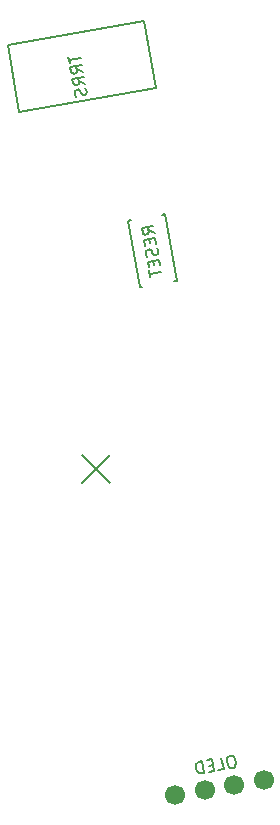
<source format=gbr>
G04 #@! TF.GenerationSoftware,KiCad,Pcbnew,(6.0.8)*
G04 #@! TF.CreationDate,2023-03-04T03:17:21+09:00*
G04 #@! TF.ProjectId,ma8ic_split_69_right,6d613869-635f-4737-906c-69745f36395f,0.1*
G04 #@! TF.SameCoordinates,Original*
G04 #@! TF.FileFunction,Legend,Bot*
G04 #@! TF.FilePolarity,Positive*
%FSLAX46Y46*%
G04 Gerber Fmt 4.6, Leading zero omitted, Abs format (unit mm)*
G04 Created by KiCad (PCBNEW (6.0.8)) date 2023-03-04 03:17:21*
%MOMM*%
%LPD*%
G01*
G04 APERTURE LIST*
%ADD10C,0.150000*%
%ADD11C,1.700000*%
G04 APERTURE END LIST*
D10*
X213121534Y-86915986D02*
X215502786Y-84534734D01*
X213121534Y-84534734D02*
X215502786Y-86915986D01*
G04 #@! TO.C,SW1*
X219268520Y-65761537D02*
X218741682Y-65515958D01*
X219169293Y-65198790D02*
X218184485Y-65372438D01*
X218250637Y-65747603D01*
X218314070Y-65833125D01*
X218369235Y-65871752D01*
X218471295Y-65902110D01*
X218611982Y-65877303D01*
X218697504Y-65813869D01*
X218736131Y-65758705D01*
X218766489Y-65656645D01*
X218700337Y-65281480D01*
X218827089Y-66274556D02*
X218884972Y-66602826D01*
X219425631Y-66652554D02*
X219342941Y-66183598D01*
X218358133Y-66357246D01*
X218440823Y-66826202D01*
X219444887Y-67035988D02*
X219516589Y-67168406D01*
X219557934Y-67402884D01*
X219527576Y-67504944D01*
X219488950Y-67560108D01*
X219403428Y-67623542D01*
X219309636Y-67640080D01*
X219207576Y-67609722D01*
X219152412Y-67571095D01*
X219088978Y-67485573D01*
X219009007Y-67306260D01*
X218945573Y-67220737D01*
X218890408Y-67182111D01*
X218788348Y-67151753D01*
X218694557Y-67168291D01*
X218609035Y-67231725D01*
X218570408Y-67286889D01*
X218540050Y-67388949D01*
X218581395Y-67623427D01*
X218653098Y-67755845D01*
X219149579Y-68103485D02*
X219207462Y-68431754D01*
X219748120Y-68481483D02*
X219665431Y-68012526D01*
X218680623Y-68186175D01*
X218763312Y-68655131D01*
X218812926Y-68936504D02*
X218912154Y-69499252D01*
X219847348Y-69044230D02*
X218862540Y-69217878D01*
G04 #@! TO.C,J3*
X225778397Y-110047969D02*
X225590815Y-110081045D01*
X225505293Y-110144478D01*
X225428039Y-110254807D01*
X225414220Y-110450659D01*
X225472102Y-110778928D01*
X225552074Y-110958241D01*
X225662403Y-111035495D01*
X225764463Y-111065852D01*
X225952046Y-111032776D01*
X226037568Y-110969343D01*
X226114821Y-110859014D01*
X226128641Y-110663162D01*
X226070758Y-110334893D01*
X225990787Y-110155580D01*
X225880458Y-110078326D01*
X225778397Y-110047969D01*
X224638969Y-111264307D02*
X225107925Y-111181618D01*
X224934277Y-110196810D01*
X224219741Y-110806338D02*
X223891472Y-110864221D01*
X223841743Y-111404880D02*
X224310699Y-111322190D01*
X224137051Y-110337382D01*
X223668095Y-110420072D01*
X223419683Y-111479300D02*
X223246035Y-110494493D01*
X223011557Y-110535837D01*
X222879139Y-110607540D01*
X222801885Y-110717869D01*
X222771528Y-110819929D01*
X222757708Y-111015781D01*
X222782515Y-111156467D01*
X222862486Y-111335781D01*
X222925920Y-111421303D01*
X223036249Y-111498556D01*
X223185205Y-111520645D01*
X223419683Y-111479300D01*
G04 #@! TO.C,J2*
X211977778Y-50845452D02*
X212077006Y-51408199D01*
X213012200Y-50953178D02*
X212027392Y-51126826D01*
X213218924Y-52125568D02*
X212692085Y-51879988D01*
X213119696Y-51562820D02*
X212134889Y-51736469D01*
X212201040Y-52111633D01*
X212264474Y-52197156D01*
X212319639Y-52235782D01*
X212421699Y-52266140D01*
X212562386Y-52241333D01*
X212647908Y-52177900D01*
X212686534Y-52122735D01*
X212716892Y-52020675D01*
X212650740Y-51645510D01*
X213392572Y-53110375D02*
X212865733Y-52864796D01*
X213293345Y-52547628D02*
X212308537Y-52721276D01*
X212374689Y-53096441D01*
X212438122Y-53181963D01*
X212493287Y-53220590D01*
X212595347Y-53250948D01*
X212736034Y-53226141D01*
X212821556Y-53162707D01*
X212860183Y-53107543D01*
X212890540Y-53005483D01*
X212824389Y-52630318D01*
X213411828Y-53493809D02*
X213483531Y-53626227D01*
X213524876Y-53860705D01*
X213494518Y-53962765D01*
X213455891Y-54017930D01*
X213370369Y-54081363D01*
X213276578Y-54097901D01*
X213174518Y-54067544D01*
X213119353Y-54028917D01*
X213055919Y-53943395D01*
X212975948Y-53764081D01*
X212912515Y-53678559D01*
X212857350Y-53639932D01*
X212755290Y-53609575D01*
X212661499Y-53626113D01*
X212575976Y-53689546D01*
X212537350Y-53744711D01*
X212506992Y-53846771D01*
X212548337Y-54081249D01*
X212620039Y-54213667D01*
G04 #@! TO.C,SW1*
X217994421Y-70354948D02*
X218240623Y-70311536D01*
X217994421Y-70354948D02*
X217004626Y-64741544D01*
X217004626Y-64741544D02*
X217250828Y-64698132D01*
X221145806Y-69799274D02*
X220156011Y-64185870D01*
X220156011Y-64185870D02*
X219909809Y-64229282D01*
X221145806Y-69799274D02*
X220899604Y-69842686D01*
G04 #@! TO.C,J2*
X219400663Y-53508850D02*
X218393503Y-47796965D01*
X207829171Y-55549216D02*
X219400663Y-53508850D01*
X206822012Y-49837331D02*
X207829171Y-55549216D01*
X218393503Y-47796965D02*
X206822012Y-49837331D01*
G04 #@! TD*
D11*
G04 #@! TO.C,J3*
X228525225Y-112049007D03*
X226023813Y-112490074D03*
X223522401Y-112931140D03*
X221020989Y-113372207D03*
G04 #@! TD*
M02*

</source>
